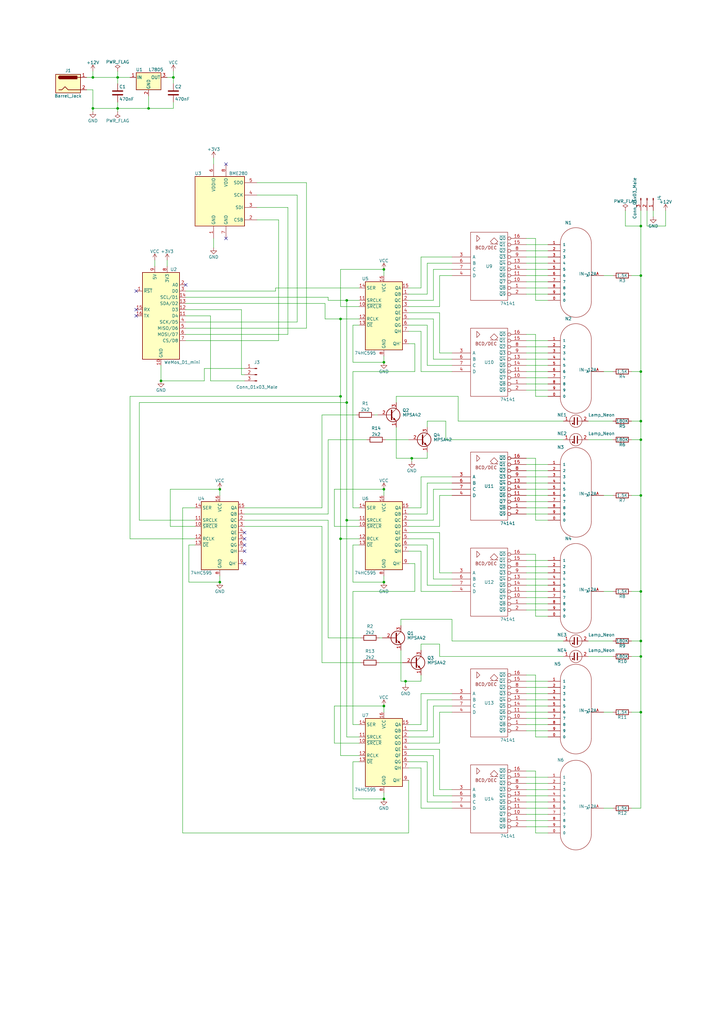
<source format=kicad_sch>
(kicad_sch (version 20211123) (generator eeschema)
  (paper "A3" portrait)
  (title_block (title "Nixie Clock") (date "2019-08-26") (rev "0.1") (company "GZT project"))
  (lib_symbols
    (symbol "Device:R" (pin_numbers hide) (pin_names (offset 0))
      (property "Reference" "R" (at 2.032 0 90))
      (property "Value" "R" (at 0 0 90))
      (symbol "R_0_1"
        (rectangle (start -1.016 -2.54) (end 1.016 2.54) (stroke (width 0.254)))
      )
      (symbol "R_1_1"
        (pin passive line (at 0 3.81 270) (length 1.27) (name "~") (number "1"))
        (pin passive line (at 0 -3.81 90) (length 1.27) (name "~") (number "2"))
      )
    )
    (symbol "NixieClock-rescue:+12V-power1-NixieClock-rescue" (power) (pin_names (offset 0))
      (property "Value" "+12V-power1-NixieClock-rescue" (at 0 3.556 0))
      (symbol "+12V-power1-NixieClock-rescue_0_1"
        (polyline (pts (xy -0.762 1.27) (xy 0 2.54)))
        (polyline (pts (xy 0 0) (xy 0 2.54)))
        (polyline (pts (xy 0 2.54) (xy 0.762 1.27)))
      )
      (symbol "+12V-power1-NixieClock-rescue_1_1"
        (pin power_in line (at 0 0 90) (length 0) hide (name "+12V") (number "1"))
      )
    )
    (symbol "NixieClock-rescue:+3.3V-power1-NixieClock-rescue" (power) (pin_names (offset 0))
      (property "Value" "+3.3V-power1-NixieClock-rescue" (at 0 3.556 0))
      (symbol "+3.3V-power1-NixieClock-rescue_0_1"
        (polyline (pts (xy -0.762 1.27) (xy 0 2.54)))
        (polyline (pts (xy 0 0) (xy 0 2.54)))
        (polyline (pts (xy 0 2.54) (xy 0.762 1.27)))
      )
      (symbol "+3.3V-power1-NixieClock-rescue_1_1"
        (pin power_in line (at 0 0 90) (length 0) hide (name "+3V3") (number "1"))
      )
    )
    (symbol "NixieClock-rescue:74141-74xx_IEEE1-NixieClock-rescue" (pin_names (offset 0.762))
      (property "Reference" "U" (at 0 0 0))
      (property "Value" "74141-74xx_IEEE1-NixieClock-rescue" (at 7.62 -15.24 0))
      (symbol "74141-74xx_IEEE1-NixieClock-rescue_0_0"
        (polyline (pts (xy 3.556 9.144) (xy 3.048 9.144) (xy 3.048 9.144)))
        (polyline (pts (xy -5.08 12.7) (xy -5.08 10.16) (xy -3.81 11.43) (xy -5.08 12.7) (xy -5.08 12.7)))
        (polyline (pts (xy 2.54 9.144) (xy 3.556 10.16) (xy 2.032 11.684) (xy 0.508 10.16) (xy 1.524 9.144) (xy 0.508 9.144) (xy 3.556 9.144)))
        (text "BCD/DEC" (at -1.27 7.62 0) (effects (font (size 1.27 1.27))))
        (pin power_in line (at 0 -13.97 90) (length 0) hide (name "GND") (number "12"))
        (pin power_in line (at 0 13.97 270) (length 0) hide (name "VCC") (number "5"))
      )
      (symbol "74141-74xx_IEEE1-NixieClock-rescue_0_1"
        (rectangle (start -7.62 13.97) (end 7.62 -13.97))
      )
      (symbol "74141-74xx_IEEE1-NixieClock-rescue_1_1"
        (pin open_collector inverted (at 15.24 -8.89 180) (length 7.62) (name "~{Q8}") (number "1"))
        (pin open_collector inverted (at 15.24 -6.35 180) (length 7.62) (name "~{Q7}") (number "10"))
        (pin open_collector inverted (at 15.24 -3.81 180) (length 7.62) (name "~{Q6}") (number "11"))
        (pin open_collector inverted (at 15.24 1.27 180) (length 7.62) (name "~{Q4}") (number "13"))
        (pin open_collector inverted (at 15.24 -1.27 180) (length 7.62) (name "~{Q5}") (number "14"))
        (pin open_collector inverted (at 15.24 8.89 180) (length 7.62) (name "~{Q1}") (number "15"))
        (pin open_collector inverted (at 15.24 11.43 180) (length 7.62) (name "~{Q0}") (number "16"))
        (pin open_collector inverted (at 15.24 -11.43 180) (length 7.62) (name "~{Q9}") (number "2"))
        (pin input line (at -15.24 3.81 0) (length 7.62) (name "A") (number "3"))
        (pin input line (at -15.24 -3.81 0) (length 7.62) (name "D") (number "4"))
        (pin input line (at -15.24 1.27 0) (length 7.62) (name "B") (number "6"))
        (pin input line (at -15.24 -1.27 0) (length 7.62) (name "C") (number "7"))
        (pin open_collector inverted (at 15.24 6.35 180) (length 7.62) (name "~{Q2}") (number "8"))
        (pin open_collector inverted (at 15.24 3.81 180) (length 7.62) (name "~{Q3}") (number "9"))
      )
    )
    (symbol "NixieClock-rescue:74HC595-74xx1-NixieClock-rescue"
      (property "Reference" "U" (at -7.62 13.97 0))
      (property "Value" "74HC595-74xx1-NixieClock-rescue" (at -7.62 -16.51 0))
      (symbol "74HC595-74xx1-NixieClock-rescue_1_0"
        (pin tri_state line (at 10.16 7.62 180) (length 2.54) (name "QB") (number "1"))
        (pin input line (at -10.16 2.54 0) (length 2.54) (name "~{SRCLR}") (number "10"))
        (pin input line (at -10.16 5.08 0) (length 2.54) (name "SRCLK") (number "11"))
        (pin input line (at -10.16 -2.54 0) (length 2.54) (name "RCLK") (number "12"))
        (pin input line (at -10.16 -5.08 0) (length 2.54) (name "~{OE}") (number "13"))
        (pin input line (at -10.16 10.16 0) (length 2.54) (name "SER") (number "14"))
        (pin tri_state line (at 10.16 10.16 180) (length 2.54) (name "QA") (number "15"))
        (pin power_in line (at 0 15.24 270) (length 2.54) (name "VCC") (number "16"))
        (pin tri_state line (at 10.16 5.08 180) (length 2.54) (name "QC") (number "2"))
        (pin tri_state line (at 10.16 2.54 180) (length 2.54) (name "QD") (number "3"))
        (pin tri_state line (at 10.16 0 180) (length 2.54) (name "QE") (number "4"))
        (pin tri_state line (at 10.16 -2.54 180) (length 2.54) (name "QF") (number "5"))
        (pin tri_state line (at 10.16 -5.08 180) (length 2.54) (name "QG") (number "6"))
        (pin tri_state line (at 10.16 -7.62 180) (length 2.54) (name "QH") (number "7"))
        (pin power_in line (at 0 -17.78 90) (length 2.54) (name "GND") (number "8"))
        (pin output line (at 10.16 -12.7 180) (length 2.54) (name "QH'") (number "9"))
      )
      (symbol "74HC595-74xx1-NixieClock-rescue_1_1"
        (rectangle (start -7.62 12.7) (end 7.62 -15.24) (stroke (width 0.254)) (fill (type background)))
      )
    )
    (symbol "NixieClock-rescue:BME280-Sensor1-NixieClock-rescue"
      (property "Reference" "U" (at -8.89 11.43 0))
      (property "Value" "BME280-Sensor1-NixieClock-rescue" (at 7.62 11.43 0))
      (symbol "BME280-Sensor1-NixieClock-rescue_0_1"
        (rectangle (start -10.16 10.16) (end 10.16 -10.16) (stroke (width 0.254)) (fill (type background)))
      )
      (symbol "BME280-Sensor1-NixieClock-rescue_1_1"
        (pin power_in line (at -2.54 -15.24 90) (length 5.08) (name "GND") (number "1"))
        (pin input line (at 15.24 -7.62 180) (length 5.08) (name "CSB") (number "2"))
        (pin bidirectional line (at 15.24 -2.54 180) (length 5.08) (name "SDI") (number "3"))
        (pin input line (at 15.24 2.54 180) (length 5.08) (name "SCK") (number "4"))
        (pin bidirectional line (at 15.24 7.62 180) (length 5.08) (name "SDO") (number "5"))
        (pin power_in line (at -2.54 15.24 270) (length 5.08) (name "VDDIO") (number "6"))
        (pin power_in line (at 2.54 -15.24 90) (length 5.08) (name "GND") (number "7"))
        (pin power_in line (at 2.54 15.24 270) (length 5.08) (name "VDD") (number "8"))
      )
    )
    (symbol "NixieClock-rescue:Barrel_Jack-Connector1-NixieClock-rescue" (pin_names (offset 1.016))
      (property "Reference" "J" (at 0 5.334 0))
      (property "Value" "Barrel_Jack-Connector1-NixieClock-rescue" (at 0 -5.08 0))
      (symbol "Barrel_Jack-Connector1-NixieClock-rescue_0_1"
        (rectangle (start -5.08 3.81) (end 5.08 -3.81) (stroke (width 0.254)) (fill (type background)))
        (arc (start -3.302 3.175) (mid -3.937 2.54) (end -3.302 1.905) (stroke (width 0.254)))
        (arc (start -3.302 3.175) (mid -3.937 2.54) (end -3.302 1.905) (stroke (width 0.254)) (fill (type outline)))
        (polyline (pts (xy 5.08 2.54) (xy 3.81 2.54)) (stroke (width 0.254)))
        (polyline (pts (xy -3.81 -2.54) (xy -2.54 -2.54) (xy -1.27 -1.27) (xy 0 -2.54) (xy 2.54 -2.54) (xy 5.08 -2.54)) (stroke (width 0.254)))
        (rectangle (start 3.683 3.175) (end -3.302 1.905) (stroke (width 0.254)) (fill (type outline)))
      )
      (symbol "Barrel_Jack-Connector1-NixieClock-rescue_1_1"
        (pin passive line (at 7.62 2.54 180) (length 2.54) (name "~") (number "1"))
        (pin passive line (at 7.62 -2.54 180) (length 2.54) (name "~") (number "2"))
      )
    )
    (symbol "NixieClock-rescue:C-Device1-NixieClock-rescue" (pin_numbers hide) (pin_names (offset 0.254))
      (property "Reference" "C" (at 0.635 2.54 0))
      (property "Value" "C-Device1-NixieClock-rescue" (at 0.635 -2.54 0))
      (symbol "C-Device1-NixieClock-rescue_0_1"
        (polyline (pts (xy -2.032 -0.762) (xy 2.032 -0.762)) (stroke (width 0.508)))
        (polyline (pts (xy -2.032 0.762) (xy 2.032 0.762)) (stroke (width 0.508)))
      )
      (symbol "C-Device1-NixieClock-rescue_1_1"
        (pin passive line (at 0 3.81 270) (length 2.794) (name "~") (number "1"))
        (pin passive line (at 0 -3.81 90) (length 2.794) (name "~") (number "2"))
      )
    )
    (symbol "NixieClock-rescue:Conn_01x03_Male-Connector1-NixieClock-rescue" (pin_names (offset 1.016) hide)
      (property "Reference" "J" (at 0 5.08 0))
      (property "Value" "Conn_01x03_Male-Connector1-NixieClock-rescue" (at 0 -5.08 0))
      (symbol "Conn_01x03_Male-Connector1-NixieClock-rescue_1_1"
        (polyline (pts (xy 1.27 -2.54) (xy 0.8636 -2.54)) (stroke (width 0.1524)))
        (polyline (pts (xy 1.27 0) (xy 0.8636 0)) (stroke (width 0.1524)))
        (polyline (pts (xy 1.27 2.54) (xy 0.8636 2.54)) (stroke (width 0.1524)))
        (rectangle (start 0.8636 -2.413) (end 0 -2.667) (stroke (width 0.1524)) (fill (type outline)))
        (rectangle (start 0.8636 0.127) (end 0 -0.127) (stroke (width 0.1524)) (fill (type outline)))
        (rectangle (start 0.8636 2.667) (end 0 2.413) (stroke (width 0.1524)) (fill (type outline)))
        (pin passive line (at 5.08 2.54 180) (length 3.81) (name "Pin_1") (number "1"))
        (pin passive line (at 5.08 0 180) (length 3.81) (name "Pin_2") (number "2"))
        (pin passive line (at 5.08 -2.54 180) (length 3.81) (name "Pin_3") (number "3"))
      )
    )
    (symbol "NixieClock-rescue:GND-power1-NixieClock-rescue" (power) (pin_names (offset 0))
      (property "Value" "GND-power1-NixieClock-rescue" (at 0 -3.81 0))
      (symbol "GND-power1-NixieClock-rescue_0_1"
        (polyline (pts (xy 0 0) (xy 0 -1.27) (xy 1.27 -1.27) (xy 0 -2.54) (xy -1.27 -1.27) (xy 0 -1.27)))
      )
      (symbol "GND-power1-NixieClock-rescue_1_1"
        (pin power_in line (at 0 0 270) (length 0) hide (name "GND") (number "1"))
      )
    )
    (symbol "NixieClock-rescue:IN-12A-nixies-NixieClock-rescue" (pin_names (offset 1.016))
      (property "Reference" "N" (at -5.715 20.955 0))
      (property "Value" "IN-12A-nixies-NixieClock-rescue" (at 0 0 0))
      (symbol "IN-12A-nixies-NixieClock-rescue_1_0"
        (polyline (pts (xy -7.62 -10.795) (xy -7.62 13.335)))
        (polyline (pts (xy 5.08 -10.795) (xy 5.08 13.335)))
      )
      (symbol "IN-12A-nixies-NixieClock-rescue_1_1"
        (arc (start -7.62 -10.795) (mid -1.27 -17.145) (end 5.08 -10.795))
        (arc (start 5.08 13.335) (mid -1.27 19.685) (end -7.62 13.335))
        (pin bidirectional line (at -12.7 -10.16 0) (length 5.08) (name "0") (number "0"))
        (pin bidirectional line (at -12.7 12.7 0) (length 5.08) (name "1") (number "1"))
        (pin bidirectional line (at -12.7 10.16 0) (length 5.08) (name "2") (number "2"))
        (pin bidirectional line (at -12.7 7.62 0) (length 5.08) (name "3") (number "3"))
        (pin bidirectional line (at -12.7 5.08 0) (length 5.08) (name "4") (number "4"))
        (pin bidirectional line (at -12.7 2.54 0) (length 5.08) (name "5") (number "5"))
        (pin bidirectional line (at -12.7 0 0) (length 5.08) (name "6") (number "6"))
        (pin bidirectional line (at -12.7 -2.54 0) (length 5.08) (name "7") (number "7"))
        (pin bidirectional line (at -12.7 -5.08 0) (length 5.08) (name "8") (number "8"))
        (pin bidirectional line (at -12.7 -7.62 0) (length 5.08) (name "9") (number "9"))
        (pin bidirectional line (at 10.16 0 180) (length 5.08) (name "A") (number "A"))
      )
    )
    (symbol "NixieClock-rescue:L7805-Regulator_Linear1-NixieClock-rescue" (pin_names (offset 0.254))
      (property "Reference" "U" (at -3.81 3.175 0))
      (property "Value" "L7805-Regulator_Linear1-NixieClock-rescue" (at 0 3.175 0))
      (symbol "L7805-Regulator_Linear1-NixieClock-rescue_0_1"
        (rectangle (start -5.08 1.905) (end 5.08 -5.08) (stroke (width 0.254)) (fill (type background)))
      )
      (symbol "L7805-Regulator_Linear1-NixieClock-rescue_1_1"
        (pin power_in line (at -7.62 0 0) (length 2.54) (name "IN") (number "1"))
        (pin power_in line (at 0 -7.62 90) (length 2.54) (name "GND") (number "2"))
        (pin power_out line (at 7.62 0 180) (length 2.54) (name "OUT") (number "3"))
      )
    )
    (symbol "NixieClock-rescue:Lamp_Neon-Device1-NixieClock-rescue" (pin_names (offset 0.0254) hide)
      (property "Reference" "NE" (at 0.635 3.81 0))
      (property "Value" "Lamp_Neon-Device1-NixieClock-rescue" (at 0.635 -3.81 0))
      (symbol "Lamp_Neon-Device1-NixieClock-rescue_0_1"
        (rectangle (start -1.524 -0.508) (end 1.524 -0.762) (fill (type outline)))
        (rectangle (start -1.524 0.762) (end 1.524 0.508) (fill (type outline)))
        (polyline (pts (xy 0 -2.54) (xy 0 -0.762)))
        (polyline (pts (xy 0 0.762) (xy 0 2.54)))
        (circle (center 0 0) (radius 2.54))
        (circle (center 1.016 -1.27) (radius 0.254) (fill (type outline)))
      )
      (symbol "Lamp_Neon-Device1-NixieClock-rescue_1_1"
        (pin passive line (at 0 -5.08 90) (length 2.54) (name "~") (number "1"))
        (pin passive line (at 0 5.08 270) (length 2.54) (name "~") (number "2"))
      )
    )
    (symbol "NixieClock-rescue:MPSA42-Transistor_BJT1-NixieClock-rescue" (pin_names (offset 1.016) hide)
      (property "Reference" "Q" (at 5.08 1.905 0))
      (property "Value" "MPSA42-Transistor_BJT1-NixieClock-rescue" (at 5.08 0 0))
      (symbol "MPSA42-Transistor_BJT1-NixieClock-rescue_0_1"
        (polyline (pts (xy 0 0) (xy 0.635 0)))
        (polyline (pts (xy 0.635 0.635) (xy 2.54 2.54)))
        (polyline (pts (xy 0.635 -0.635) (xy 2.54 -2.54) (xy 2.54 -2.54)))
        (polyline (pts (xy 0.635 1.905) (xy 0.635 -1.905) (xy 0.635 -1.905)) (stroke (width 0.508)))
        (polyline (pts (xy 1.27 -1.778) (xy 1.778 -1.27) (xy 2.286 -2.286) (xy 1.27 -1.778) (xy 1.27 -1.778)) (fill (type outline)))
        (circle (center 1.27 0) (radius 2.8194) (stroke (width 0.254)))
      )
      (symbol "MPSA42-Transistor_BJT1-NixieClock-rescue_1_1"
        (pin passive line (at 2.54 -5.08 90) (length 2.54) (name "E") (number "1"))
        (pin input line (at -5.08 0 0) (length 5.08) (name "B") (number "2"))
        (pin passive line (at 2.54 5.08 270) (length 2.54) (name "C") (number "3"))
      )
    )
    (symbol "NixieClock-rescue:PWR_FLAG-power1-NixieClock-rescue" (power) (pin_numbers hide) (pin_names (offset 0) hide)
      (property "Value" "PWR_FLAG-power1-NixieClock-rescue" (at 0 3.81 0))
      (symbol "PWR_FLAG-power1-NixieClock-rescue_0_0"
        (pin power_out line (at 0 0 90) (length 0) (name "pwr") (number "1"))
      )
      (symbol "PWR_FLAG-power1-NixieClock-rescue_0_1"
        (polyline (pts (xy 0 0) (xy 0 1.27) (xy -1.016 1.905) (xy 0 2.54) (xy 1.016 1.905) (xy 0 1.27)))
      )
    )
    (symbol "NixieClock-rescue:R-Device1-NixieClock-rescue" (pin_numbers hide) (pin_names (offset 0))
      (property "Reference" "R" (at 2.032 0 90))
      (property "Value" "R-Device1-NixieClock-rescue" (at 0 0 90))
      (symbol "R-Device1-NixieClock-rescue_0_1"
        (rectangle (start -1.016 -2.54) (end 1.016 2.54) (stroke (width 0.254)))
      )
      (symbol "R-Device1-NixieClock-rescue_1_1"
        (pin passive line (at 0 3.81 270) (length 1.27) (name "~") (number "1"))
        (pin passive line (at 0 -3.81 90) (length 1.27) (name "~") (number "2"))
      )
    )
    (symbol "NixieClock-rescue:WeMos_D1_mini-MCU_Module1-NixieClock-rescue"
      (property "Reference" "U" (at 3.81 19.05 0))
      (property "Value" "WeMos_D1_mini-MCU_Module1-NixieClock-rescue" (at 1.27 -19.05 0))
      (symbol "WeMos_D1_mini-MCU_Module1-NixieClock-rescue_1_1"
        (rectangle (start -7.62 17.78) (end 7.62 -17.78) (stroke (width 0.254)) (fill (type background)))
        (pin input line (at -10.16 10.16 0) (length 2.54) (name "~{RST}") (number "1"))
        (pin power_in line (at 0 -20.32 90) (length 2.54) (name "GND") (number "10"))
        (pin bidirectional line (at 10.16 0 180) (length 2.54) (name "D4") (number "11"))
        (pin bidirectional line (at 10.16 2.54 180) (length 2.54) (name "D3") (number "12"))
        (pin bidirectional line (at 10.16 5.08 180) (length 2.54) (name "SDA/D2") (number "13"))
        (pin bidirectional line (at 10.16 7.62 180) (length 2.54) (name "SCL/D1") (number "14"))
        (pin input line (at -10.16 2.54 0) (length 2.54) (name "RX") (number "15"))
        (pin output line (at -10.16 0 0) (length 2.54) (name "TX") (number "16"))
        (pin input line (at 10.16 12.7 180) (length 2.54) (name "A0") (number "2"))
        (pin bidirectional line (at 10.16 10.16 180) (length 2.54) (name "D0") (number "3"))
        (pin bidirectional line (at 10.16 -2.54 180) (length 2.54) (name "SCK/D5") (number "4"))
        (pin bidirectional line (at 10.16 -5.08 180) (length 2.54) (name "MISO/D6") (number "5"))
        (pin bidirectional line (at 10.16 -7.62 180) (length 2.54) (name "MOSI/D7") (number "6"))
        (pin bidirectional line (at 10.16 -10.16 180) (length 2.54) (name "CS/D8") (number "7"))
        (pin power_out line (at 2.54 20.32 270) (length 2.54) (name "3V3") (number "8"))
        (pin power_in line (at -2.54 20.32 270) (length 2.54) (name "5V") (number "9"))
      )
    )
    (symbol "power:VCC" (power) (pin_names (offset 0))
      (property "Value" "VCC" (at 0 3.81 0))
      (symbol "VCC_0_1"
        (polyline (pts (xy -0.762 1.27) (xy 0 2.54)))
        (polyline (pts (xy 0 0) (xy 0 2.54)))
        (polyline (pts (xy 0 2.54) (xy 0.762 1.27)))
      )
      (symbol "VCC_1_1"
        (pin power_in line (at 0 0 90) (length 0) hide (name "VCC") (number "1"))
      )
    )
  )
  (junction (at 71.12 31.75))
  (junction (at 90.17 200.66))
  (junction (at 262.89 262.89))
  (junction (at 168.91 187.96))
  (junction (at 262.89 152.4))
  (junction (at 48.26 31.75))
  (junction (at 157.48 289.56))
  (junction (at 262.89 203.2))
  (junction (at 48.26 44.45))
  (junction (at 139.7 162.56))
  (junction (at 262.89 180.34))
  (junction (at 142.24 165.1))
  (junction (at 139.7 220.98))
  (junction (at 60.96 44.45))
  (junction (at 262.89 172.72))
  (junction (at 38.1 31.75))
  (junction (at 157.48 110.49))
  (junction (at 38.1 44.45))
  (junction (at 157.48 200.66))
  (junction (at 262.89 92.71))
  (junction (at 90.17 238.76))
  (junction (at 262.89 269.24))
  (junction (at 157.48 327.66))
  (junction (at 262.89 242.57))
  (junction (at 139.7 130.81))
  (junction (at 262.89 292.1))
  (junction (at 142.24 123.19))
  (junction (at 166.37 279.4))
  (junction (at 157.48 148.59))
  (junction (at 262.89 113.03))
  (junction (at 142.24 213.36))
  (junction (at 157.48 238.76))
  (junction (at 66.04 156.21))
  (no_connect (at 100.33 220.98))
  (no_connect (at 100.33 218.44))
  (no_connect (at 55.88 127))
  (no_connect (at 100.33 223.52))
  (no_connect (at 100.33 226.06))
  (no_connect (at 92.71 97.79))
  (no_connect (at 92.71 67.31))
  (no_connect (at 76.2 116.84))
  (no_connect (at 55.88 129.54))
  (no_connect (at 55.88 119.38))
  (no_connect (at 100.33 231.14))
  (wire (pts (xy 76.2 129.54) (xy 86.36 129.54)))
  (wire (pts (xy 177.8 289.56) (xy 177.8 302.26)))
  (wire (pts (xy 144.78 133.35) (xy 144.78 148.59)))
  (wire (pts (xy 185.42 195.58) (xy 172.72 195.58)))
  (wire (pts (xy 262.89 113.03) (xy 259.08 113.03)))
  (wire (pts (xy 172.72 242.57) (xy 172.72 226.06)))
  (wire (pts (xy 146.05 170.18) (xy 132.08 170.18)))
  (wire (pts (xy 256.54 92.71) (xy 262.89 92.71)))
  (wire (pts (xy 167.64 125.73) (xy 180.34 125.73)))
  (wire (pts (xy 139.7 220.98) (xy 139.7 309.88)))
  (wire (pts (xy 80.01 215.9) (xy 69.85 215.9)))
  (wire (pts (xy 215.9 334.01) (xy 224.79 334.01)))
  (wire (pts (xy 157.48 238.76) (xy 157.48 236.22)))
  (wire (pts (xy 142.24 123.19) (xy 147.32 123.19)))
  (wire (pts (xy 144.78 148.59) (xy 157.48 148.59)))
  (wire (pts (xy 185.42 200.66) (xy 177.8 200.66)))
  (wire (pts (xy 177.8 220.98) (xy 167.64 220.98)))
  (wire (pts (xy 177.8 123.19) (xy 167.64 123.19)))
  (wire (pts (xy 215.9 115.57) (xy 224.79 115.57)))
  (wire (pts (xy 215.9 242.57) (xy 224.79 242.57)))
  (wire (pts (xy 139.7 130.81) (xy 147.32 130.81)))
  (wire (pts (xy 262.89 172.72) (xy 262.89 180.34)))
  (wire (pts (xy 175.26 299.72) (xy 175.26 287.02)))
  (wire (pts (xy 142.24 302.26) (xy 147.32 302.26)))
  (wire (pts (xy 262.89 180.34) (xy 262.89 203.2)))
  (wire (pts (xy 66.04 156.21) (xy 83.82 156.21)))
  (wire (pts (xy 215.9 247.65) (xy 224.79 247.65)))
  (wire (pts (xy 180.34 307.34) (xy 180.34 323.85)))
  (wire (pts (xy 182.88 172.72) (xy 175.26 172.72)))
  (wire (pts (xy 251.46 292.1) (xy 247.65 292.1)))
  (wire (pts (xy 57.15 213.36) (xy 80.01 213.36)))
  (wire (pts (xy 38.1 31.75) (xy 38.1 29.21)))
  (wire (pts (xy 215.9 229.87) (xy 224.79 229.87)))
  (wire (pts (xy 215.9 318.77) (xy 224.79 318.77)))
  (wire (pts (xy 231.14 180.34) (xy 182.88 180.34)))
  (wire (pts (xy 166.37 279.4) (xy 172.72 279.4)))
  (wire (pts (xy 262.89 242.57) (xy 259.08 242.57)))
  (wire (pts (xy 215.9 152.4) (xy 224.79 152.4)))
  (wire (pts (xy 147.32 133.35) (xy 144.78 133.35)))
  (wire (pts (xy 147.32 118.11) (xy 113.03 118.11)))
  (wire (pts (xy 167.64 223.52) (xy 175.26 223.52)))
  (wire (pts (xy 172.72 195.58) (xy 172.72 208.28)))
  (wire (pts (xy 57.15 165.1) (xy 142.24 165.1)))
  (wire (pts (xy 155.575 271.78) (xy 165.1 271.78)))
  (wire (pts (xy 187.96 172.72) (xy 187.96 162.56)))
  (wire (pts (xy 215.9 203.2) (xy 224.79 203.2)))
  (wire (pts (xy 77.47 223.52) (xy 77.47 238.76)))
  (wire (pts (xy 185.42 105.41) (xy 172.72 105.41)))
  (wire (pts (xy 251.46 269.24) (xy 241.3 269.24)))
  (wire (pts (xy 100.33 210.82) (xy 134.62 210.82)))
  (wire (pts (xy 175.26 240.03) (xy 185.42 240.03)))
  (wire (pts (xy 162.56 175.26) (xy 162.56 187.96)))
  (wire (pts (xy 215.9 227.33) (xy 219.71 227.33)))
  (wire (pts (xy 147.32 304.8) (xy 137.16 304.8)))
  (wire (pts (xy 185.42 110.49) (xy 177.8 110.49)))
  (wire (pts (xy 177.8 237.49) (xy 177.8 220.98)))
  (wire (pts (xy 175.26 328.93) (xy 185.42 328.93)))
  (wire (pts (xy 180.34 292.1) (xy 185.42 292.1)))
  (wire (pts (xy 219.71 162.56) (xy 224.79 162.56)))
  (wire (pts (xy 215.9 120.65) (xy 224.79 120.65)))
  (wire (pts (xy 113.03 118.11) (xy 113.03 119.38)))
  (wire (pts (xy 215.9 139.7) (xy 224.79 139.7)))
  (wire (pts (xy 185.42 284.48) (xy 172.72 284.48)))
  (wire (pts (xy 219.71 252.73) (xy 224.79 252.73)))
  (wire (pts (xy 215.9 289.56) (xy 224.79 289.56)))
  (wire (pts (xy 83.82 156.21) (xy 83.82 151.13)))
  (wire (pts (xy 167.64 231.14) (xy 170.18 231.14)))
  (wire (pts (xy 185.42 147.32) (xy 177.8 147.32)))
  (wire (pts (xy 144.78 297.18) (xy 147.32 297.18)))
  (wire (pts (xy 177.8 110.49) (xy 177.8 123.19)))
  (wire (pts (xy 80.01 223.52) (xy 77.47 223.52)))
  (wire (pts (xy 170.18 140.97) (xy 170.18 152.4)))
  (wire (pts (xy 273.05 92.71) (xy 273.05 86.36)))
  (wire (pts (xy 113.03 119.38) (xy 76.2 119.38)))
  (wire (pts (xy 219.71 97.79) (xy 219.71 123.19)))
  (wire (pts (xy 215.9 110.49) (xy 224.79 110.49)))
  (wire (pts (xy 139.7 125.73) (xy 139.7 110.49)))
  (wire (pts (xy 215.9 232.41) (xy 224.79 232.41)))
  (wire (pts (xy 144.78 208.28) (xy 147.32 208.28)))
  (wire (pts (xy 215.9 195.58) (xy 224.79 195.58)))
  (wire (pts (xy 132.08 170.18) (xy 132.08 208.28)))
  (wire (pts (xy 215.9 105.41) (xy 224.79 105.41)))
  (wire (pts (xy 76.2 139.7) (xy 114.3 139.7)))
  (wire (pts (xy 185.42 254) (xy 164.465 254)))
  (wire (pts (xy 133.35 130.81) (xy 139.7 130.81)))
  (wire (pts (xy 132.08 271.78) (xy 147.955 271.78)))
  (wire (pts (xy 86.36 156.21) (xy 100.33 156.21)))
  (wire (pts (xy 147.32 312.42) (xy 144.78 312.42)))
  (wire (pts (xy 100.33 213.36) (xy 134.62 213.36)))
  (wire (pts (xy 180.34 234.95) (xy 185.42 234.95)))
  (wire (pts (xy 219.71 316.23) (xy 219.71 341.63)))
  (wire (pts (xy 219.71 276.86) (xy 219.71 302.26)))
  (wire (pts (xy 167.64 128.27) (xy 180.34 128.27)))
  (wire (pts (xy 162.56 162.56) (xy 162.56 165.1)))
  (wire (pts (xy 177.8 309.88) (xy 167.64 309.88)))
  (wire (pts (xy 172.72 297.18) (xy 167.64 297.18)))
  (wire (pts (xy 164.465 266.7) (xy 164.465 279.4)))
  (wire (pts (xy 139.7 125.73) (xy 147.32 125.73)))
  (wire (pts (xy 139.7 130.81) (xy 139.7 162.56)))
  (wire (pts (xy 175.26 172.72) (xy 175.26 175.26)))
  (wire (pts (xy 53.34 162.56) (xy 139.7 162.56)))
  (wire (pts (xy 167.64 299.72) (xy 175.26 299.72)))
  (wire (pts (xy 215.9 297.18) (xy 224.79 297.18)))
  (wire (pts (xy 167.64 218.44) (xy 180.34 218.44)))
  (wire (pts (xy 262.89 262.89) (xy 259.08 262.89)))
  (wire (pts (xy 172.72 284.48) (xy 172.72 297.18)))
  (wire (pts (xy 68.58 106.68) (xy 68.58 109.22)))
  (wire (pts (xy 69.85 215.9) (xy 69.85 200.66)))
  (wire (pts (xy 142.24 213.36) (xy 142.24 302.26)))
  (wire (pts (xy 48.26 44.45) (xy 48.26 45.72)))
  (wire (pts (xy 185.42 326.39) (xy 177.8 326.39)))
  (wire (pts (xy 265.43 92.71) (xy 273.05 92.71)))
  (wire (pts (xy 262.89 113.03) (xy 262.89 152.4)))
  (wire (pts (xy 215.9 237.49) (xy 224.79 237.49)))
  (wire (pts (xy 162.56 187.96) (xy 168.91 187.96)))
  (wire (pts (xy 219.71 302.26) (xy 224.79 302.26)))
  (wire (pts (xy 215.9 187.96) (xy 219.71 187.96)))
  (wire (pts (xy 180.34 218.44) (xy 180.34 234.95)))
  (wire (pts (xy 132.08 215.9) (xy 100.33 215.9)))
  (wire (pts (xy 215.9 149.86) (xy 224.79 149.86)))
  (wire (pts (xy 125.73 134.62) (xy 76.2 134.62)))
  (wire (pts (xy 99.06 127) (xy 99.06 153.67)))
  (wire (pts (xy 139.7 220.98) (xy 147.32 220.98)))
  (wire (pts (xy 175.26 210.82) (xy 175.26 198.12)))
  (wire (pts (xy 133.35 124.46) (xy 133.35 130.81)))
  (wire (pts (xy 168.91 187.96) (xy 175.26 187.96)))
  (wire (pts (xy 142.24 165.1) (xy 142.24 213.36)))
  (wire (pts (xy 215.9 142.24) (xy 224.79 142.24)))
  (wire (pts (xy 157.48 110.49) (xy 157.48 113.03)))
  (wire (pts (xy 144.78 152.4) (xy 144.78 208.28)))
  (wire (pts (xy 167.64 215.9) (xy 180.34 215.9)))
  (wire (pts (xy 74.93 208.28) (xy 80.01 208.28)))
  (wire (pts (xy 177.8 302.26) (xy 167.64 302.26)))
  (wire (pts (xy 251.46 152.4) (xy 247.65 152.4)))
  (wire (pts (xy 215.9 118.11) (xy 224.79 118.11)))
  (wire (pts (xy 134.62 123.19) (xy 142.24 123.19)))
  (wire (pts (xy 60.96 44.45) (xy 60.96 39.37)))
  (wire (pts (xy 185.42 262.89) (xy 231.14 262.89)))
  (wire (pts (xy 215.9 157.48) (xy 224.79 157.48)))
  (wire (pts (xy 155.575 261.62) (xy 156.845 261.62)))
  (wire (pts (xy 137.16 304.8) (xy 137.16 289.56)))
  (wire (pts (xy 262.89 242.57) (xy 262.89 262.89)))
  (wire (pts (xy 60.96 44.45) (xy 71.12 44.45)))
  (wire (pts (xy 215.9 299.72) (xy 224.79 299.72)))
  (wire (pts (xy 144.78 327.66) (xy 157.48 327.66)))
  (wire (pts (xy 71.12 44.45) (xy 71.12 41.91)))
  (wire (pts (xy 219.71 137.16) (xy 219.71 162.56)))
  (wire (pts (xy 137.16 289.56) (xy 157.48 289.56)))
  (wire (pts (xy 262.89 86.36) (xy 262.89 92.71)))
  (wire (pts (xy 167.64 307.34) (xy 180.34 307.34)))
  (wire (pts (xy 158.115 180.34) (xy 167.64 180.34)))
  (wire (pts (xy 134.62 121.92) (xy 134.62 123.19)))
  (wire (pts (xy 180.34 264.16) (xy 172.72 264.16)))
  (wire (pts (xy 215.9 234.95) (xy 224.79 234.95)))
  (wire (pts (xy 175.26 107.95) (xy 185.42 107.95)))
  (wire (pts (xy 66.04 149.86) (xy 66.04 156.21)))
  (wire (pts (xy 180.34 203.2) (xy 185.42 203.2)))
  (wire (pts (xy 147.32 223.52) (xy 144.78 223.52)))
  (wire (pts (xy 76.2 127) (xy 99.06 127)))
  (wire (pts (xy 139.7 162.56) (xy 139.7 220.98)))
  (wire (pts (xy 144.78 238.76) (xy 157.48 238.76)))
  (wire (pts (xy 125.73 74.93) (xy 125.73 134.62)))
  (wire (pts (xy 215.9 154.94) (xy 224.79 154.94)))
  (wire (pts (xy 215.9 250.19) (xy 224.79 250.19)))
  (wire (pts (xy 167.64 304.8) (xy 180.34 304.8)))
  (wire (pts (xy 262.89 152.4) (xy 262.89 172.72)))
  (wire (pts (xy 99.06 153.67) (xy 100.33 153.67)))
  (wire (pts (xy 63.5 106.68) (xy 63.5 109.22)))
  (wire (pts (xy 166.37 280.67) (xy 166.37 279.4)))
  (wire (pts (xy 157.48 327.66) (xy 157.48 325.12)))
  (wire (pts (xy 215.9 100.33) (xy 224.79 100.33)))
  (wire (pts (xy 180.34 215.9) (xy 180.34 203.2)))
  (wire (pts (xy 262.89 92.71) (xy 262.89 113.03)))
  (wire (pts (xy 114.3 139.7) (xy 114.3 90.17)))
  (wire (pts (xy 215.9 323.85) (xy 224.79 323.85)))
  (wire (pts (xy 180.34 113.03) (xy 185.42 113.03)))
  (wire (pts (xy 215.9 281.94) (xy 224.79 281.94)))
  (wire (pts (xy 137.16 200.66) (xy 157.48 200.66)))
  (wire (pts (xy 172.72 264.16) (xy 172.72 266.7)))
  (wire (pts (xy 157.48 200.66) (xy 157.48 203.2)))
  (wire (pts (xy 215.9 339.09) (xy 224.79 339.09)))
  (wire (pts (xy 86.36 129.54) (xy 86.36 156.21)))
  (wire (pts (xy 215.9 321.31) (xy 224.79 321.31)))
  (wire (pts (xy 185.42 152.4) (xy 172.72 152.4)))
  (wire (pts (xy 118.11 137.16) (xy 76.2 137.16)))
  (wire (pts (xy 134.62 180.34) (xy 150.495 180.34)))
  (wire (pts (xy 215.9 210.82) (xy 224.79 210.82)))
  (wire (pts (xy 172.72 208.28) (xy 167.64 208.28)))
  (wire (pts (xy 215.9 326.39) (xy 224.79 326.39)))
  (wire (pts (xy 38.1 36.83) (xy 38.1 44.45)))
  (wire (pts (xy 256.54 86.36) (xy 256.54 92.71)))
  (wire (pts (xy 215.9 97.79) (xy 219.71 97.79)))
  (wire (pts (xy 48.26 31.75) (xy 53.34 31.75)))
  (wire (pts (xy 182.88 180.34) (xy 182.88 172.72)))
  (wire (pts (xy 137.16 215.9) (xy 137.16 200.66)))
  (wire (pts (xy 167.64 140.97) (xy 170.18 140.97)))
  (wire (pts (xy 265.43 86.36) (xy 265.43 92.71)))
  (wire (pts (xy 215.9 113.03) (xy 224.79 113.03)))
  (wire (pts (xy 262.89 269.24) (xy 262.89 292.1)))
  (wire (pts (xy 53.34 220.98) (xy 80.01 220.98)))
  (wire (pts (xy 215.9 208.28) (xy 224.79 208.28)))
  (wire (pts (xy 247.65 113.03) (xy 251.46 113.03)))
  (wire (pts (xy 118.11 85.09) (xy 118.11 137.16)))
  (wire (pts (xy 219.71 341.63) (xy 224.79 341.63)))
  (wire (pts (xy 267.97 86.36) (xy 267.97 88.9)))
  (wire (pts (xy 172.72 135.89) (xy 167.64 135.89)))
  (wire (pts (xy 35.56 31.75) (xy 38.1 31.75)))
  (wire (pts (xy 215.9 287.02) (xy 224.79 287.02)))
  (wire (pts (xy 87.63 97.79) (xy 87.63 101.6)))
  (wire (pts (xy 215.9 292.1) (xy 224.79 292.1)))
  (wire (pts (xy 215.9 198.12) (xy 224.79 198.12)))
  (wire (pts (xy 177.8 213.36) (xy 167.64 213.36)))
  (wire (pts (xy 134.62 213.36) (xy 134.62 261.62)))
  (wire (pts (xy 262.89 292.1) (xy 262.89 331.47)))
  (wire (pts (xy 76.2 124.46) (xy 133.35 124.46)))
  (wire (pts (xy 139.7 309.88) (xy 147.32 309.88)))
  (wire (pts (xy 215.9 147.32) (xy 224.79 147.32)))
  (wire (pts (xy 219.71 187.96) (xy 219.71 213.36)))
  (wire (pts (xy 68.58 31.75) (xy 71.12 31.75)))
  (wire (pts (xy 172.72 152.4) (xy 172.72 135.89)))
  (wire (pts (xy 215.9 279.4) (xy 224.79 279.4)))
  (wire (pts (xy 262.89 152.4) (xy 259.08 152.4)))
  (wire (pts (xy 215.9 276.86) (xy 219.71 276.86)))
  (wire (pts (xy 175.26 198.12) (xy 185.42 198.12)))
  (wire (pts (xy 175.26 149.86) (xy 185.42 149.86)))
  (wire (pts (xy 177.8 147.32) (xy 177.8 130.81)))
  (wire (pts (xy 262.89 180.34) (xy 259.08 180.34)))
  (wire (pts (xy 139.7 110.49) (xy 157.48 110.49)))
  (wire (pts (xy 262.89 269.24) (xy 259.08 269.24)))
  (wire (pts (xy 90.17 200.66) (xy 90.17 203.2)))
  (wire (pts (xy 77.47 238.76) (xy 90.17 238.76)))
  (wire (pts (xy 172.72 331.47) (xy 172.72 314.96)))
  (wire (pts (xy 164.465 254) (xy 164.465 256.54)))
  (wire (pts (xy 90.17 238.76) (xy 90.17 236.22)))
  (wire (pts (xy 175.26 287.02) (xy 185.42 287.02)))
  (wire (pts (xy 48.26 41.91) (xy 48.26 44.45)))
  (wire (pts (xy 180.34 323.85) (xy 185.42 323.85)))
  (wire (pts (xy 185.42 242.57) (xy 172.72 242.57)))
  (wire (pts (xy 215.9 102.87) (xy 224.79 102.87)))
  (wire (pts (xy 121.92 80.01) (xy 105.41 80.01)))
  (wire (pts (xy 48.26 44.45) (xy 60.96 44.45)))
  (wire (pts (xy 154.94 170.18) (xy 153.67 170.18)))
  (wire (pts (xy 219.71 123.19) (xy 224.79 123.19)))
  (wire (pts (xy 215.9 144.78) (xy 224.79 144.78)))
  (wire (pts (xy 121.92 132.08) (xy 121.92 80.01)))
  (wire (pts (xy 147.32 215.9) (xy 137.16 215.9)))
  (wire (pts (xy 38.1 44.45) (xy 38.1 45.72)))
  (wire (pts (xy 57.15 165.1) (xy 57.15 213.36)))
  (wire (pts (xy 157.48 289.56) (xy 157.48 292.1)))
  (wire (pts (xy 215.9 200.66) (xy 224.79 200.66)))
  (wire (pts (xy 185.42 254) (xy 185.42 262.89)))
  (wire (pts (xy 262.89 331.47) (xy 259.08 331.47)))
  (wire (pts (xy 167.64 312.42) (xy 175.26 312.42)))
  (wire (pts (xy 215.9 245.11) (xy 224.79 245.11)))
  (wire (pts (xy 167.64 320.04) (xy 167.64 341.63)))
  (wire (pts (xy 185.42 289.56) (xy 177.8 289.56)))
  (wire (pts (xy 71.12 31.75) (xy 71.12 34.29)))
  (wire (pts (xy 177.8 130.81) (xy 167.64 130.81)))
  (wire (pts (xy 262.89 262.89) (xy 262.89 269.24)))
  (wire (pts (xy 215.9 316.23) (xy 219.71 316.23)))
  (wire (pts (xy 262.89 292.1) (xy 259.08 292.1)))
  (wire (pts (xy 215.9 336.55) (xy 224.79 336.55)))
  (wire (pts (xy 215.9 240.03) (xy 224.79 240.03)))
  (wire (pts (xy 215.9 331.47) (xy 224.79 331.47)))
  (wire (pts (xy 172.72 279.4) (xy 172.72 276.86)))
  (wire (pts (xy 168.91 189.23) (xy 168.91 187.96)))
  (wire (pts (xy 170.18 152.4) (xy 144.78 152.4)))
  (wire (pts (xy 35.56 36.83) (xy 38.1 36.83)))
  (wire (pts (xy 175.26 133.35) (xy 175.26 149.86)))
  (wire (pts (xy 83.82 151.13) (xy 100.33 151.13)))
  (wire (pts (xy 132.08 208.28) (xy 100.33 208.28)))
  (wire (pts (xy 69.85 200.66) (xy 90.17 200.66)))
  (wire (pts (xy 175.26 312.42) (xy 175.26 328.93)))
  (wire (pts (xy 215.9 107.95) (xy 224.79 107.95)))
  (wire (pts (xy 241.3 180.34) (xy 251.46 180.34)))
  (wire (pts (xy 219.71 227.33) (xy 219.71 252.73)))
  (wire (pts (xy 241.3 172.72) (xy 251.46 172.72)))
  (wire (pts (xy 180.34 304.8) (xy 180.34 292.1)))
  (wire (pts (xy 38.1 31.75) (xy 48.26 31.75)))
  (wire (pts (xy 177.8 326.39) (xy 177.8 309.88)))
  (wire (pts (xy 187.96 162.56) (xy 162.56 162.56)))
  (wire (pts (xy 144.78 312.42) (xy 144.78 327.66)))
  (wire (pts (xy 185.42 237.49) (xy 177.8 237.49)))
  (wire (pts (xy 180.34 269.24) (xy 231.14 269.24)))
  (wire (pts (xy 134.62 261.62) (xy 147.955 261.62)))
  (wire (pts (xy 251.46 203.2) (xy 247.65 203.2)))
  (wire (pts (xy 251.46 262.89) (xy 241.3 262.89)))
  (wire (pts (xy 132.08 271.78) (xy 132.08 215.9)))
  (wire (pts (xy 87.63 67.31) (xy 87.63 64.77)))
  (wire (pts (xy 172.72 226.06) (xy 167.64 226.06)))
  (wire (pts (xy 172.72 314.96) (xy 167.64 314.96)))
  (wire (pts (xy 215.9 193.04) (xy 224.79 193.04)))
  (wire (pts (xy 170.18 242.57) (xy 144.78 242.57)))
  (wire (pts (xy 172.72 105.41) (xy 172.72 118.11)))
  (wire (pts (xy 180.34 144.78) (xy 185.42 144.78)))
  (wire (pts (xy 180.34 128.27) (xy 180.34 144.78)))
  (wire (pts (xy 215.9 328.93) (xy 224.79 328.93)))
  (wire (pts (xy 262.89 172.72) (xy 259.08 172.72)))
  (wire (pts (xy 172.72 118.11) (xy 167.64 118.11)))
  (wire (pts (xy 142.24 123.19) (xy 142.24 165.1)))
  (wire (pts (xy 215.9 205.74) (xy 224.79 205.74)))
  (wire (pts (xy 167.64 133.35) (xy 175.26 133.35)))
  (wire (pts (xy 180.34 125.73) (xy 180.34 113.03)))
  (wire (pts (xy 144.78 223.52) (xy 144.78 238.76)))
  (wire (pts (xy 74.93 341.63) (xy 74.93 208.28)))
  (wire (pts (xy 215.9 284.48) (xy 224.79 284.48)))
  (wire (pts (xy 167.64 210.82) (xy 175.26 210.82)))
  (wire (pts (xy 177.8 200.66) (xy 177.8 213.36)))
  (wire (pts (xy 215.9 160.02) (xy 224.79 160.02)))
  (wire (pts (xy 118.11 85.09) (xy 105.41 85.09)))
  (wire (pts (xy 215.9 294.64) (xy 224.79 294.64)))
  (wire (pts (xy 167.64 120.65) (xy 175.26 120.65)))
  (wire (pts (xy 164.465 279.4) (xy 166.37 279.4)))
  (wire (pts (xy 76.2 132.08) (xy 121.92 132.08)))
  (wire (pts (xy 262.89 203.2) (xy 259.08 203.2)))
  (wire (pts (xy 76.2 121.92) (xy 134.62 121.92)))
  (wire (pts (xy 157.48 148.59) (xy 157.48 146.05)))
  (wire (pts (xy 48.26 29.21) (xy 48.26 31.75)))
  (wire (pts (xy 219.71 213.36) (xy 224.79 213.36)))
  (wire (pts (xy 114.3 90.17) (xy 105.41 90.17)))
  (wire (pts (xy 180.34 264.16) (xy 180.34 269.24)))
  (wire (pts (xy 215.9 190.5) (xy 224.79 190.5)))
  (wire (pts (xy 48.26 31.75) (xy 48.26 34.29)))
  (wire (pts (xy 215.9 137.16) (xy 219.71 137.16)))
  (wire (pts (xy 53.34 162.56) (xy 53.34 220.98)))
  (wire (pts (xy 251.46 331.47) (xy 247.65 331.47)))
  (wire (pts (xy 175.26 187.96) (xy 175.26 185.42)))
  (wire (pts (xy 125.73 74.93) (xy 105.41 74.93)))
  (wire (pts (xy 175.26 120.65) (xy 175.26 107.95)))
  (wire (pts (xy 142.24 213.36) (xy 147.32 213.36)))
  (wire (pts (xy 185.42 331.47) (xy 172.72 331.47)))
  (wire (pts (xy 71.12 29.21) (xy 71.12 31.75)))
  (wire (pts (xy 134.62 210.82) (xy 134.62 180.34)))
  (wire (pts (xy 231.14 172.72) (xy 187.96 172.72)))
  (wire (pts (xy 251.46 242.57) (xy 247.65 242.57)))
  (wire (pts (xy 38.1 44.45) (xy 48.26 44.45)))
  (wire (pts (xy 262.89 203.2) (xy 262.89 242.57)))
  (wire (pts (xy 170.18 231.14) (xy 170.18 242.57)))
  (wire (pts (xy 144.78 242.57) (xy 144.78 297.18)))
  (wire (pts (xy 167.64 341.63) (xy 74.93 341.63)))
  (wire (pts (xy 175.26 223.52) (xy 175.26 240.03)))
  (symbol (lib_id "NixieClock-rescue:IN-12A-nixies-NixieClock-rescue") (at 237.49 113.03 0) (unit 1)
    (property "Reference" "N1" (at 231.775 92.075 0) (effects (justify left bottom)))
    (property "Value" "IN-12A" (at 237.49 113.03 0) (effects (justify left bottom)))
    (property "Footprint" "nixies-us:IN-12-DSUB" (effects hide))
  )
  (symbol (lib_id "NixieClock-rescue:IN-12A-nixies-NixieClock-rescue") (at 237.49 152.4 0) (unit 1)
    (property "Reference" "N2" (at 231.775 131.445 0) (effects (justify left bottom)))
    (property "Value" "IN-12A" (at 237.49 152.4 0) (effects (justify left bottom)))
    (property "Footprint" "nixies-us:IN-12-DSUB" (effects hide))
  )
  (symbol (lib_id "NixieClock-rescue:IN-12A-nixies-NixieClock-rescue") (at 237.49 203.2 0) (unit 1)
    (property "Reference" "N3" (at 228.6 184.15 0) (effects (justify left bottom)))
    (property "Value" "IN-12A" (at 237.49 203.2 0) (effects (justify left bottom)))
    (property "Footprint" "nixies-us:IN-12-DSUB" (effects hide))
  )
  (symbol (lib_id "NixieClock-rescue:IN-12A-nixies-NixieClock-rescue") (at 237.49 242.57 0) (unit 1)
    (property "Reference" "N4" (at 231.775 221.615 0) (effects (justify left bottom)))
    (property "Value" "IN-12A" (at 237.49 242.57 0) (effects (justify left bottom)))
    (property "Footprint" "nixies-us:IN-12-DSUB" (effects hide))
  )
  (symbol (lib_id "NixieClock-rescue:IN-12A-nixies-NixieClock-rescue") (at 237.49 292.1 0) (unit 1)
    (property "Reference" "N5" (at 227.33 273.05 0) (effects (justify left bottom)))
    (property "Value" "IN-12A" (at 237.49 292.1 0) (effects (justify left bottom)))
    (property "Footprint" "nixies-us:IN-12-DSUB" (effects hide))
  )
  (symbol (lib_id "NixieClock-rescue:IN-12A-nixies-NixieClock-rescue") (at 237.49 331.47 0) (unit 1)
    (property "Reference" "N6" (at 228.6 312.42 0) (effects (justify left bottom)))
    (property "Value" "IN-12A" (at 237.49 331.47 0) (effects (justify left bottom)))
    (property "Footprint" "nixies-us:IN-12-DSUB" (effects hide))
  )
  (symbol (lib_id "NixieClock-rescue:Lamp_Neon-Device1-NixieClock-rescue") (at 236.22 172.72 270) (unit 1)
    (property "Reference" "NE1" (at 228.6 170.18 90) (effects (justify left)))
    (property "Value" "Lamp_Neon" (at 241.3 170.18 90) (effects (justify left)))
    (property "Footprint" "mynixies:NE2-NEON-BULB-DRILL" (effects hide))
  )
  (symbol (lib_id "NixieClock-rescue:Lamp_Neon-Device1-NixieClock-rescue") (at 236.22 180.34 270) (unit 1)
    (property "Reference" "NE2" (at 228.6 177.8 90) (effects (justify left)))
    (property "Value" "Lamp_Neon" (at 241.3 177.8 90) (effects (justify left)))
    (property "Footprint" "mynixies:NE2-NEON-BULB-DRILL" (effects hide))
  )
  (symbol (lib_id "NixieClock-rescue:Lamp_Neon-Device1-NixieClock-rescue") (at 236.22 262.89 270) (unit 1)
    (property "Reference" "NE3" (at 228.6 260.35 90) (effects (justify left)))
    (property "Value" "Lamp_Neon" (at 241.3 260.35 90) (effects (justify left)))
    (property "Footprint" "mynixies:NE2-NEON-BULB-DRILL" (effects hide))
  )
  (symbol (lib_id "NixieClock-rescue:Lamp_Neon-Device1-NixieClock-rescue") (at 236.22 269.24 270) (unit 1)
    (property "Reference" "NE4" (at 228.6 266.7 90) (effects (justify left)))
    (property "Value" "Lamp_Neon" (at 241.3 266.7 90) (effects (justify left)))
    (property "Footprint" "mynixies:NE2-NEON-BULB-DRILL" (effects hide))
  )
  (symbol (lib_id "NixieClock-rescue:74141-74xx_IEEE1-NixieClock-rescue") (at 200.66 109.22 0) (unit 1)
    (property "Reference" "U9" (at 200.66 109.22 0))
    (property "Value" "74141" (at 208.28 124.46 0))
    (property "Footprint" "Housings_DIP:DIP-16_W7.62mm_LongPads" (effects hide))
  )
  (symbol (lib_id "NixieClock-rescue:74141-74xx_IEEE1-NixieClock-rescue") (at 200.66 148.59 0) (unit 1)
    (property "Reference" "U10" (at 200.66 148.59 0))
    (property "Value" "74141" (at 208.28 163.83 0))
    (property "Footprint" "Housings_DIP:DIP-16_W7.62mm_LongPads" (effects hide))
  )
  (symbol (lib_id "NixieClock-rescue:74141-74xx_IEEE1-NixieClock-rescue") (at 200.66 199.39 0) (unit 1)
    (property "Reference" "U11" (at 200.66 199.39 0))
    (property "Value" "74141" (at 208.28 214.63 0))
    (property "Footprint" "Housings_DIP:DIP-16_W7.62mm_LongPads" (effects hide))
  )
  (symbol (lib_id "NixieClock-rescue:74141-74xx_IEEE1-NixieClock-rescue") (at 200.66 238.76 0) (unit 1)
    (property "Reference" "U12" (at 200.66 238.76 0))
    (property "Value" "74141" (at 208.28 254 0))
    (property "Footprint" "Housings_DIP:DIP-16_W7.62mm_LongPads" (effects hide))
  )
  (symbol (lib_id "NixieClock-rescue:74141-74xx_IEEE1-NixieClock-rescue") (at 200.66 288.29 0) (unit 1)
    (property "Reference" "U13" (at 200.66 288.29 0))
    (property "Value" "74141" (at 208.28 303.53 0))
    (property "Footprint" "Housings_DIP:DIP-16_W7.62mm_LongPads" (effects hide))
  )
  (symbol (lib_id "NixieClock-rescue:74141-74xx_IEEE1-NixieClock-rescue") (at 200.66 327.66 0) (unit 1)
    (property "Reference" "U14" (at 200.66 327.66 0))
    (property "Value" "74141" (at 208.28 342.9 0))
    (property "Footprint" "Housings_DIP:DIP-16_W7.62mm_LongPads" (effects hide))
  )
  (symbol (lib_id "NixieClock-rescue:74HC595-74xx1-NixieClock-rescue") (at 157.48 128.27 0) (unit 1)
    (property "Reference" "U5" (at 149.86 114.3 0))
    (property "Value" "74HC595" (at 149.86 144.78 0))
    (property "Footprint" "Package_DIP:DIP-16_W7.62mm_LongPads" (effects hide))
  )
  (symbol (lib_id "NixieClock-rescue:74HC595-74xx1-NixieClock-rescue") (at 157.48 218.44 0) (unit 1)
    (property "Reference" "U6" (at 149.86 204.47 0))
    (property "Value" "74HC595" (at 149.86 234.95 0))
    (property "Footprint" "Package_DIP:DIP-16_W7.62mm_LongPads" (effects hide))
  )
  (symbol (lib_id "NixieClock-rescue:74HC595-74xx1-NixieClock-rescue") (at 157.48 307.34 0) (unit 1)
    (property "Reference" "U7" (at 149.86 293.37 0))
    (property "Value" "74HC595" (at 149.86 323.85 0))
    (property "Footprint" "Package_DIP:DIP-16_W7.62mm_LongPads" (effects hide))
  )
  (symbol (lib_id "NixieClock-rescue:R-Device1-NixieClock-rescue") (at 255.27 113.03 270) (unit 1)
    (property "Reference" "R3" (at 255.27 115.062 90))
    (property "Value" "1.5K" (at 255.27 113.03 90))
    (property "Footprint" "Resistor_THT:R_Axial_DIN0207_L6.3mm_D2.5mm_P10.16mm_Horizontal" (effects hide))
  )
  (symbol (lib_id "NixieClock-rescue:R-Device1-NixieClock-rescue") (at 255.27 152.4 270) (unit 1)
    (property "Reference" "R4" (at 255.27 154.432 90))
    (property "Value" "1.5K" (at 255.27 152.4 90))
    (property "Footprint" "Resistor_THT:R_Axial_DIN0207_L6.3mm_D2.5mm_P10.16mm_Horizontal" (effects hide))
  )
  (symbol (lib_id "NixieClock-rescue:R-Device1-NixieClock-rescue") (at 255.27 203.2 270) (unit 1)
    (property "Reference" "R7" (at 255.27 205.232 90))
    (property "Value" "1.5K" (at 255.27 203.2 90))
    (property "Footprint" "Resistor_THT:R_Axial_DIN0207_L6.3mm_D2.5mm_P10.16mm_Horizontal" (effects hide))
  )
  (symbol (lib_id "NixieClock-rescue:R-Device1-NixieClock-rescue") (at 255.27 242.57 270) (unit 1)
    (property "Reference" "R8" (at 255.27 244.602 90))
    (property "Value" "1.5K" (at 255.27 242.57 90))
    (property "Footprint" "Resistor_THT:R_Axial_DIN0207_L6.3mm_D2.5mm_P10.16mm_Horizontal" (effects hide))
  )
  (symbol (lib_id "NixieClock-rescue:R-Device1-NixieClock-rescue") (at 255.27 292.1 270) (unit 1)
    (property "Reference" "R11" (at 255.27 294.132 90))
    (property "Value" "1.5K" (at 255.27 292.1 90))
    (property "Footprint" "Resistor_THT:R_Axial_DIN0207_L6.3mm_D2.5mm_P10.16mm_Horizontal" (effects hide))
  )
  (symbol (lib_id "NixieClock-rescue:R-Device1-NixieClock-rescue") (at 255.27 331.47 270) (unit 1)
    (property "Reference" "R12" (at 255.27 333.502 90))
    (property "Value" "1.5K" (at 255.27 331.47 90))
    (property "Footprint" "Resistor_THT:R_Axial_DIN0207_L6.3mm_D2.5mm_P10.16mm_Horizontal" (effects hide))
  )
  (symbol (lib_id "NixieClock-rescue:R-Device1-NixieClock-rescue") (at 255.27 262.89 270) (unit 1)
    (property "Reference" "R9" (at 255.27 264.922 90))
    (property "Value" "180K" (at 255.27 262.89 90))
    (property "Footprint" "Resistor_THT:R_Axial_DIN0207_L6.3mm_D2.5mm_P10.16mm_Horizontal" (effects hide))
  )
  (symbol (lib_id "NixieClock-rescue:R-Device1-NixieClock-rescue") (at 255.27 269.24 270) (unit 1)
    (property "Reference" "R10" (at 255.27 271.272 90))
    (property "Value" "180K" (at 255.27 269.24 90))
    (property "Footprint" "Resistor_THT:R_Axial_DIN0207_L6.3mm_D2.5mm_P10.16mm_Horizontal" (effects hide))
  )
  (symbol (lib_id "NixieClock-rescue:R-Device1-NixieClock-rescue") (at 255.27 172.72 270) (unit 1)
    (property "Reference" "R5" (at 255.27 174.752 90))
    (property "Value" "180K" (at 255.27 172.72 90))
    (property "Footprint" "Resistor_THT:R_Axial_DIN0207_L6.3mm_D2.5mm_P10.16mm_Horizontal" (effects hide))
  )
  (symbol (lib_id "NixieClock-rescue:R-Device1-NixieClock-rescue") (at 255.27 180.34 270) (unit 1)
    (property "Reference" "R6" (at 255.27 182.372 90))
    (property "Value" "180K" (at 255.27 180.34 90))
    (property "Footprint" "Resistor_THT:R_Axial_DIN0207_L6.3mm_D2.5mm_P10.16mm_Horizontal" (effects hide))
  )
  (symbol (lib_id "NixieClock-rescue:Conn_01x03_Male-Connector1-NixieClock-rescue") (at 105.41 153.67 0) (mirror y) (unit 1)
    (property "Reference" "J3" (at 105.41 148.59 0))
    (property "Value" "Conn_01x03_Male" (at 105.41 158.75 0))
    (property "Footprint" "Connectors_JST:JST_EH_B03B-EH-A_03x2.50mm_Straight" (effects hide))
  )
  (symbol (lib_id "NixieClock-rescue:WeMos_D1_mini-MCU_Module1-NixieClock-rescue") (at 66.04 129.54 0) (unit 1)
    (property "Reference" "U2" (at 69.85 110.49 0) (effects (justify left)))
    (property "Value" "WeMos_D1_mini" (at 67.31 148.59 0) (effects (justify left)))
    (property "Footprint" "Modules:Pololu_Breakout-16_15.2x20.3mm" (effects hide))
  )
  (symbol (lib_id "NixieClock-rescue:L7805-Regulator_Linear1-NixieClock-rescue") (at 60.96 31.75 0) (unit 1)
    (property "Reference" "U1" (at 57.15 28.575 0))
    (property "Value" "L7805" (at 60.96 28.575 0) (effects (justify left)))
    (property "Footprint" "TO_SOT_Packages_THT:TO-220-3_Vertical" (effects hide))
  )
  (symbol (lib_id "NixieClock-rescue:Barrel_Jack-Connector1-NixieClock-rescue") (at 27.94 34.29 0) (unit 1)
    (property "Reference" "J1" (at 27.94 28.956 0))
    (property "Value" "Barrel_Jack" (at 27.94 39.37 0))
    (property "Footprint" "Connectors:BARREL_JACK" (effects hide))
  )
  (symbol (lib_id "NixieClock-rescue:GND-power1-NixieClock-rescue") (at 38.1 45.72 0) (unit 1)
    (property "Reference" "#PWR02" (effects hide))
    (property "Value" "GND" (at 38.1 49.53 0))
  )
  (symbol (lib_id "NixieClock-rescue:+12V-power1-NixieClock-rescue") (at 38.1 29.21 0) (unit 1)
    (property "Reference" "#PWR01" (effects hide))
    (property "Value" "+12V" (at 38.1 25.654 0))
  )
  (symbol (lib_id "NixieClock-rescue:C-Device1-NixieClock-rescue") (at 48.26 38.1 0) (unit 1)
    (property "Reference" "C1" (at 48.895 35.56 0) (effects (justify left)))
    (property "Value" "470nF" (at 48.895 40.64 0) (effects (justify left)))
    (property "Footprint" "Capacitor_THT:C_Disc_D5.0mm_W2.5mm_P5.00mm" (effects hide))
  )
  (symbol (lib_id "NixieClock-rescue:C-Device1-NixieClock-rescue") (at 71.12 38.1 0) (unit 1)
    (property "Reference" "C2" (at 71.755 35.56 0) (effects (justify left)))
    (property "Value" "470nF" (at 71.755 40.64 0) (effects (justify left)))
    (property "Footprint" "Capacitor_THT:C_Disc_D5.0mm_W2.5mm_P5.00mm" (effects hide))
  )
  (symbol (lib_id "power:VCC") (at 71.12 29.21 0) (unit 1)
    (property "Reference" "#PWR06" (effects hide))
    (property "Value" "+5V" (at 71.12 25.654 0))
  )
  (symbol (lib_id "power:VCC") (at 63.5 106.68 0) (unit 1)
    (property "Reference" "#PWR03" (effects hide))
    (property "Value" "+5V" (at 63.5 103.124 0))
  )
  (symbol (lib_id "NixieClock-rescue:GND-power1-NixieClock-rescue") (at 66.04 156.21 0) (unit 1)
    (property "Reference" "#PWR04" (effects hide))
    (property "Value" "GND" (at 66.04 160.02 0))
  )
  (symbol (lib_id "NixieClock-rescue:PWR_FLAG-power1-NixieClock-rescue") (at 256.54 86.36 0) (unit 1)
    (property "Reference" "#FLG03" (effects hide))
    (property "Value" "PWR_FLAG" (at 256.54 82.55 0))
  )
  (symbol (lib_id "NixieClock-rescue:Conn_01x03_Male-Connector1-NixieClock-rescue") (at 265.43 81.28 270) (unit 1)
    (property "Reference" "J4" (at 270.51 81.28 0))
    (property "Value" "Conn_01x03_Male" (at 260.35 81.28 0))
    (property "Footprint" "Connectors_JST:JST_EH_B03B-EH-A_03x2.50mm_Straight" (effects hide))
  )
  (symbol (lib_id "NixieClock-rescue:BME280-Sensor1-NixieClock-rescue") (at 90.17 82.55 0) (unit 1)
    (property "Reference" "U3" (at 81.28 71.12 0))
    (property "Value" "BME280" (at 97.79 71.12 0))
    (property "Footprint" "Connector_PinHeader_2.54mm:PinHeader_1x06_P2.54mm_Horizontal" (effects hide))
  )
  (symbol (lib_id "NixieClock-rescue:GND-power1-NixieClock-rescue") (at 87.63 101.6 0) (unit 1)
    (property "Reference" "#PWR09" (effects hide))
    (property "Value" "GND" (at 87.63 105.41 0))
  )
  (symbol (lib_id "NixieClock-rescue:GND-power1-NixieClock-rescue") (at 267.97 88.9 0) (unit 1)
    (property "Reference" "#PWR020" (effects hide))
    (property "Value" "GND" (at 267.97 92.71 0))
  )
  (symbol (lib_id "NixieClock-rescue:+12V-power1-NixieClock-rescue") (at 273.05 86.36 0) (unit 1)
    (property "Reference" "#PWR021" (effects hide))
    (property "Value" "+12V" (at 273.05 82.804 0))
  )
  (symbol (lib_id "NixieClock-rescue:+3.3V-power1-NixieClock-rescue") (at 68.58 106.68 0) (unit 1)
    (property "Reference" "#PWR05" (effects hide))
    (property "Value" "+3.3V" (at 68.58 103.124 0))
  )
  (symbol (lib_id "NixieClock-rescue:+3.3V-power1-NixieClock-rescue") (at 87.63 64.77 0) (unit 1)
    (property "Reference" "#PWR08" (effects hide))
    (property "Value" "+3.3V" (at 87.63 61.214 0))
  )
  (symbol (lib_id "NixieClock-rescue:GND-power1-NixieClock-rescue") (at 157.48 148.59 0) (unit 1)
    (property "Reference" "#PWR013" (effects hide))
    (property "Value" "GND" (at 157.48 152.4 0))
  )
  (symbol (lib_id "NixieClock-rescue:GND-power1-NixieClock-rescue") (at 157.48 238.76 0) (unit 1)
    (property "Reference" "#PWR015" (effects hide))
    (property "Value" "GND" (at 157.48 242.57 0))
  )
  (symbol (lib_id "NixieClock-rescue:GND-power1-NixieClock-rescue") (at 157.48 327.66 0) (unit 1)
    (property "Reference" "#PWR017" (effects hide))
    (property "Value" "GND" (at 157.48 331.47 0))
  )
  (symbol (lib_id "NixieClock-rescue:74HC595-74xx1-NixieClock-rescue") (at 90.17 218.44 0) (unit 1)
    (property "Reference" "U4" (at 82.55 204.47 0))
    (property "Value" "74HC595" (at 82.55 234.95 0))
    (property "Footprint" "Package_DIP:DIP-16_W7.62mm_LongPads" (effects hide))
  )
  (symbol (lib_id "NixieClock-rescue:GND-power1-NixieClock-rescue") (at 90.17 238.76 0) (unit 1)
    (property "Reference" "#PWR011" (effects hide))
    (property "Value" "GND" (at 90.17 242.57 0))
  )
  (symbol (lib_id "NixieClock-rescue:MPSA42-Transistor_BJT1-NixieClock-rescue") (at 160.02 170.18 0) (unit 1)
    (property "Reference" "Q2" (at 165.1 168.275 0) (effects (justify left)))
    (property "Value" "MPSA42" (at 165.1 170.18 0) (effects (justify left)))
    (property "Footprint" "TO_SOT_Packages_THT:TO-92_Inline_Narrow_Oval" (effects hide))
  )
  (symbol (lib_id "NixieClock-rescue:MPSA42-Transistor_BJT1-NixieClock-rescue") (at 172.72 180.34 0) (unit 1)
    (property "Reference" "Q4" (at 177.8 178.435 0) (effects (justify left)))
    (property "Value" "MPSA42" (at 177.8 180.34 0) (effects (justify left)))
    (property "Footprint" "TO_SOT_Packages_THT:TO-92_Inline_Narrow_Oval" (effects hide))
  )
  (symbol (lib_id "NixieClock-rescue:GND-power1-NixieClock-rescue") (at 168.91 189.23 0) (unit 1)
    (property "Reference" "#PWR019" (effects hide))
    (property "Value" "GND" (at 168.91 193.04 0))
  )
  (symbol (lib_id "NixieClock-rescue:MPSA42-Transistor_BJT1-NixieClock-rescue") (at 161.925 261.62 0) (unit 1)
    (property "Reference" "Q1" (at 167.005 259.715 0) (effects (justify left)))
    (property "Value" "MPSA42" (at 167.005 261.62 0) (effects (justify left)))
    (property "Footprint" "TO_SOT_Packages_THT:TO-92_Inline_Narrow_Oval" (effects hide))
  )
  (symbol (lib_id "NixieClock-rescue:MPSA42-Transistor_BJT1-NixieClock-rescue") (at 170.18 271.78 0) (unit 1)
    (property "Reference" "Q3" (at 175.26 269.875 0) (effects (justify left)))
    (property "Value" "MPSA42" (at 175.26 271.78 0) (effects (justify left)))
    (property "Footprint" "TO_SOT_Packages_THT:TO-92_Inline_Narrow_Oval" (effects hide))
  )
  (symbol (lib_id "NixieClock-rescue:GND-power1-NixieClock-rescue") (at 166.37 280.67 0) (unit 1)
    (property "Reference" "#PWR018" (effects hide))
    (property "Value" "GND" (at 166.37 284.48 0))
  )
  (symbol (lib_id "NixieClock-rescue:PWR_FLAG-power1-NixieClock-rescue") (at 48.26 29.21 0) (unit 1)
    (property "Reference" "#FLG01" (effects hide))
    (property "Value" "PWR_FLAG" (at 48.26 25.4 0))
  )
  (symbol (lib_id "NixieClock-rescue:PWR_FLAG-power1-NixieClock-rescue") (at 48.26 45.72 0) (mirror x) (unit 1)
    (property "Reference" "#FLG02" (effects hide))
    (property "Value" "PWR_FLAG" (at 48.26 49.53 0))
  )
  (symbol (lib_id "power:VCC") (at 157.48 289.56 0) (unit 1)
    (property "Reference" "#PWR0102" (effects hide))
    (property "Value" "+5V" (at 157.48 286.004 0))
  )
  (symbol (lib_id "power:VCC") (at 90.17 200.66 0) (unit 1)
    (property "Reference" "#PWR0104" (effects hide))
    (property "Value" "+5V" (at 90.17 197.104 0))
  )
  (symbol (lib_id "Device:R") (at 151.765 271.78 90) (unit 1)
    (property "Reference" "R13" (at 151.765 267.0642 90))
    (property "Value" "2k2" (at 151.765 269.6011 90))
    (property "Footprint" "Resistor_THT:R_Axial_DIN0207_L6.3mm_D2.5mm_P10.16mm_Horizontal" (effects hide))
  )
  (symbol (lib_id "power:VCC") (at 157.48 110.49 0) (unit 1)
    (property "Reference" "#PWR0101" (effects hide))
    (property "Value" "+5V-power1-NixieClock-rescue" (at 157.48 106.934 0))
  )
  (symbol (lib_id "Device:R") (at 151.765 261.62 90) (unit 1)
    (property "Reference" "R2" (at 151.765 256.9042 90))
    (property "Value" "2k2" (at 151.765 259.4411 90))
    (property "Footprint" "Resistor_THT:R_Axial_DIN0207_L6.3mm_D2.5mm_P10.16mm_Horizontal" (effects hide))
  )
  (symbol (lib_id "power:VCC") (at 157.48 200.66 0) (unit 1)
    (property "Reference" "#PWR0103" (effects hide))
    (property "Value" "+5V" (at 157.48 197.104 0))
  )
  (symbol (lib_id "Device:R") (at 149.86 170.18 90) (unit 1)
    (property "Reference" "R1" (at 149.86 165.4642 90))
    (property "Value" "2k2" (at 149.86 168.0011 90))
    (property "Footprint" "Resistor_THT:R_Axial_DIN0207_L6.3mm_D2.5mm_P10.16mm_Horizontal" (effects hide))
  )
  (symbol (lib_id "Device:R") (at 154.305 180.34 90) (unit 1)
    (property "Reference" "R14" (at 154.305 175.6242 90))
    (property "Value" "2k2" (at 154.305 178.1611 90))
    (property "Footprint" "Resistor_THT:R_Axial_DIN0207_L6.3mm_D2.5mm_P10.16mm_Horizontal" (effects hide))
  )
)
</source>
